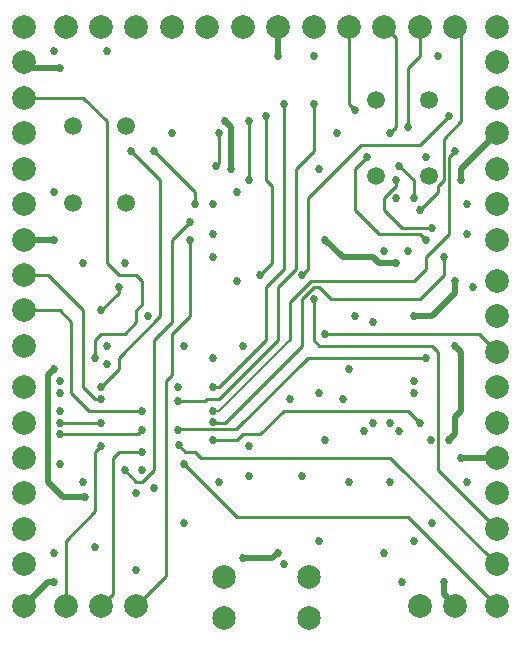
<source format=gbr>
%TF.GenerationSoftware,KiCad,Pcbnew,8.0.6*%
%TF.CreationDate,2024-11-27T15:15:38-08:00*%
%TF.ProjectId,DeskCleanerRobot,4465736b-436c-4656-916e-6572526f626f,rev?*%
%TF.SameCoordinates,Original*%
%TF.FileFunction,Copper,L4,Bot*%
%TF.FilePolarity,Positive*%
%FSLAX46Y46*%
G04 Gerber Fmt 4.6, Leading zero omitted, Abs format (unit mm)*
G04 Created by KiCad (PCBNEW 8.0.6) date 2024-11-27 15:15:38*
%MOMM*%
%LPD*%
G01*
G04 APERTURE LIST*
%TA.AperFunction,ComponentPad*%
%ADD10C,1.995000*%
%TD*%
%TA.AperFunction,ComponentPad*%
%ADD11C,1.500000*%
%TD*%
%TA.AperFunction,ComponentPad*%
%ADD12C,2.000000*%
%TD*%
%TA.AperFunction,ViaPad*%
%ADD13C,0.685800*%
%TD*%
%TA.AperFunction,Conductor*%
%ADD14C,0.508000*%
%TD*%
%TA.AperFunction,Conductor*%
%ADD15C,0.254000*%
%TD*%
%TA.AperFunction,Conductor*%
%ADD16C,0.200000*%
%TD*%
G04 APERTURE END LIST*
D10*
%TO.P,USB1,MH1,MH1*%
%TO.N,unconnected-(USB1-PadMH1)*%
X117425000Y-80080000D03*
%TO.P,USB1,MH2,MH2*%
%TO.N,unconnected-(USB1-PadMH2)*%
X124575000Y-80080000D03*
%TO.P,USB1,MH3,MH3*%
%TO.N,unconnected-(USB1-PadMH3)*%
X124575000Y-83530000D03*
%TO.P,USB1,MH4,MH4*%
%TO.N,unconnected-(USB1-PadMH4)*%
X117425000Y-83530000D03*
%TD*%
D11*
%TO.P,RESET1,1,1*%
%TO.N,Net-(IC8-EN)*%
X130250000Y-46150000D03*
%TO.P,RESET1,2,2*%
%TO.N,unconnected-(RESET1-Pad2)*%
X130250000Y-39650000D03*
%TO.P,RESET1,3,3*%
%TO.N,GND*%
X134750000Y-46150000D03*
%TO.P,RESET1,4,4*%
%TO.N,unconnected-(RESET1-Pad4)*%
X134750000Y-39650000D03*
%TD*%
%TO.P,BOOT1,1,1*%
%TO.N,unconnected-(BOOT1-Pad1)*%
X109100000Y-41900000D03*
%TO.P,BOOT1,2,2*%
%TO.N,Net-(IC8-IO0)*%
X109100000Y-48400000D03*
%TO.P,BOOT1,3,3*%
%TO.N,unconnected-(BOOT1-Pad3)*%
X104600000Y-41900000D03*
%TO.P,BOOT1,4,4*%
%TO.N,GND*%
X104600000Y-48400000D03*
%TD*%
D12*
%TO.P,SC7,1,1*%
%TO.N,SC7*%
X116000000Y-33500000D03*
%TD*%
%TO.P,INT7,1,1*%
%TO.N,INT7*%
X113000000Y-33500000D03*
%TD*%
%TO.P,GN5,1,1*%
%TO.N,GND*%
X140500000Y-73000000D03*
%TD*%
%TO.P,3V1,1,1*%
%TO.N,+3.3V*%
X100500000Y-51500000D03*
%TD*%
%TO.P,-E1,1,1*%
%TO.N,GND*%
X107000000Y-33500000D03*
%TD*%
%TO.P,SD5,1,1*%
%TO.N,SD5*%
X140500000Y-67000000D03*
%TD*%
%TO.P,SIG1,1,1*%
%TO.N,ESCsignal*%
X110000000Y-33500000D03*
%TD*%
%TO.P,SC3,1,1*%
%TO.N,SC3*%
X107000000Y-82500000D03*
%TD*%
%TO.P,GN0,1,1*%
%TO.N,GND*%
X100500000Y-33500000D03*
%TD*%
%TO.P,SD1,1,1*%
%TO.N,SD1*%
X100500000Y-54500000D03*
%TD*%
%TO.P,3V3,1,1*%
%TO.N,+3.3V*%
X100500000Y-82500000D03*
%TD*%
%TO.P,GN4,1,1*%
%TO.N,GND*%
X134000000Y-82500000D03*
%TD*%
%TO.P,SD6,1,1*%
%TO.N,SD6*%
X140500000Y-39500000D03*
%TD*%
%TO.P,AO1,1,1*%
%TO.N,AOUT1*%
X128000000Y-33500000D03*
%TD*%
%TO.P,+E1,1,1*%
%TO.N,ESC+*%
X104000000Y-33500000D03*
%TD*%
%TO.P,BO2,1,1*%
%TO.N,BOUT2*%
X137000000Y-33500000D03*
%TD*%
%TO.P,INT1,1,1*%
%TO.N,INT1*%
X100500000Y-60500000D03*
%TD*%
%TO.P,SW1,1,1*%
%TO.N,GND*%
X140500000Y-55000000D03*
%TD*%
%TO.P,3V4,1,1*%
%TO.N,+3.3V*%
X137000000Y-82500000D03*
%TD*%
%TO.P,3V7,1,1*%
%TO.N,+3.3V*%
X122000000Y-33500000D03*
%TD*%
%TO.P,SC4,1,1*%
%TO.N,SC4*%
X140500000Y-79000000D03*
%TD*%
%TO.P,SW2,1,1*%
%TO.N,Net-(BM1-G)*%
X140500000Y-58000000D03*
%TD*%
%TO.P,INT6,1,1*%
%TO.N,INT6*%
X140500000Y-33500000D03*
%TD*%
%TO.P,SD4,1,1*%
%TO.N,SD4*%
X140500000Y-82500000D03*
%TD*%
%TO.P,3V6,1,1*%
%TO.N,+3.3V*%
X140500000Y-42500000D03*
%TD*%
%TO.P,-BAT1,1,1*%
%TO.N,GND*%
X140500000Y-48500000D03*
%TD*%
%TO.P,3V5,1,1*%
%TO.N,+3.3V*%
X140500000Y-70000000D03*
%TD*%
%TO.P,INT4,1,1*%
%TO.N,INT4*%
X140500000Y-76000000D03*
%TD*%
%TO.P,BO1,1,1*%
%TO.N,BOUT1*%
X134000000Y-33500000D03*
%TD*%
%TO.P,SC6,1,1*%
%TO.N,SC6*%
X140500000Y-36500000D03*
%TD*%
%TO.P,INT5,1,1*%
%TO.N,INT5*%
X140500000Y-61000000D03*
%TD*%
%TO.P,+BAT1,1,1*%
%TO.N,+BATT*%
X140500000Y-51500000D03*
%TD*%
%TO.P,INT2,1,1*%
%TO.N,INT2*%
X100500000Y-76000000D03*
%TD*%
%TO.P,INT3,1,1*%
%TO.N,INT3*%
X110000000Y-82500000D03*
%TD*%
%TO.P,GN3,1,1*%
%TO.N,GND*%
X100500000Y-79000000D03*
%TD*%
%TO.P,AO2,1,1*%
%TO.N,AOUT2*%
X131000000Y-33500000D03*
%TD*%
%TO.P,INT0,1,1*%
%TO.N,INT0*%
X100500000Y-45500000D03*
%TD*%
%TO.P,SC5,1,1*%
%TO.N,SC5*%
X140500000Y-64000000D03*
%TD*%
%TO.P,SD3,1,1*%
%TO.N,SD3*%
X104000000Y-82500000D03*
%TD*%
%TO.P,SD2,1,1*%
%TO.N,SD2*%
X100500000Y-70000000D03*
%TD*%
%TO.P,3V0,1,1*%
%TO.N,+3.3V*%
X100500000Y-36500000D03*
%TD*%
%TO.P,SD0,1,1*%
%TO.N,SD0*%
X100500000Y-39500000D03*
%TD*%
%TO.P,SC1,1,1*%
%TO.N,SC1*%
X100500000Y-57500000D03*
%TD*%
%TO.P,SC0,1,1*%
%TO.N,SC0*%
X100500000Y-42500000D03*
%TD*%
%TO.P,SC2,1,1*%
%TO.N,SC2*%
X100500000Y-73000000D03*
%TD*%
%TO.P,GN6,1,1*%
%TO.N,GND*%
X140500000Y-45500000D03*
%TD*%
%TO.P,3V2,1,1*%
%TO.N,+3.3V*%
X100500000Y-67000000D03*
%TD*%
%TO.P,GN1,1,1*%
%TO.N,GND*%
X100500000Y-48500000D03*
%TD*%
%TO.P,GN2,1,1*%
%TO.N,GND*%
X100500000Y-64000000D03*
%TD*%
%TO.P,GN7,1,1*%
%TO.N,GND*%
X125000000Y-33500000D03*
%TD*%
%TO.P,SD7,1,1*%
%TO.N,SD7*%
X119000000Y-33500000D03*
%TD*%
D13*
%TO.N,+5V*%
X119000000Y-78500000D03*
X122000000Y-78000000D03*
%TO.N,+BATT*%
X133500000Y-58000000D03*
X136500000Y-68500000D03*
X137000000Y-55000000D03*
X137000000Y-60500000D03*
%TO.N,ESC+*%
X132000000Y-53500000D03*
X126000000Y-51500000D03*
X118000000Y-45500000D03*
X117500000Y-41500000D03*
%TO.N,+3.3V*%
X125500000Y-64500000D03*
X131000000Y-52500000D03*
X116500000Y-61500000D03*
X119500000Y-69000000D03*
X126000000Y-68500000D03*
X134903100Y-68500000D03*
X107500000Y-60500000D03*
X137500000Y-70000000D03*
X119500000Y-71500000D03*
X103000000Y-80500000D03*
X129250000Y-67750000D03*
X105500000Y-72000000D03*
X103000000Y-51500000D03*
X137500000Y-46500000D03*
X130000000Y-67000000D03*
X103500000Y-64500000D03*
X119000000Y-60500000D03*
X103500000Y-37000000D03*
X103500000Y-66000000D03*
X114000000Y-60500000D03*
X133000000Y-52500000D03*
X103500000Y-70500000D03*
X132250000Y-67750000D03*
X131500000Y-67000000D03*
X136000000Y-80500000D03*
X122000000Y-36000000D03*
%TO.N,3V3PowMux*%
X116750000Y-45250000D03*
X103000000Y-62500000D03*
X117000000Y-42500000D03*
X105675000Y-73325000D03*
%TO.N,SC2*%
X110500000Y-67625000D03*
X103500000Y-68000000D03*
%TO.N,SD0*%
X106500000Y-61500000D03*
%TO.N,SD5*%
X134000000Y-67000000D03*
X116500000Y-68500000D03*
%TO.N,SD4*%
X114000000Y-70500000D03*
%TO.N,SD3*%
X107000000Y-69000000D03*
%TO.N,SD2*%
X103500000Y-67000000D03*
X107000000Y-67000000D03*
%TO.N,SD1*%
X107000000Y-65000000D03*
%TO.N,SC0*%
X109500000Y-44000000D03*
X107000000Y-64000000D03*
%TO.N,SD7*%
X113500000Y-65162500D03*
X125000000Y-40000000D03*
%TO.N,SC3*%
X110500000Y-69500000D03*
%TO.N,SC5*%
X134500000Y-61500000D03*
X113500000Y-67625000D03*
%TO.N,SC1*%
X110500000Y-66000000D03*
%TO.N,SC6*%
X116500000Y-66000000D03*
X137000000Y-44000000D03*
%TO.N,SD6*%
X116525000Y-66955100D03*
X136000000Y-53000000D03*
%TO.N,SC7*%
X116500000Y-64000000D03*
X122500000Y-40000000D03*
%TO.N,SC4*%
X113575000Y-68925000D03*
%TO.N,AOUT2*%
X131500000Y-42500000D03*
X135000000Y-50500000D03*
X132000000Y-46500000D03*
%TO.N,BOUT1*%
X133000000Y-42000000D03*
X133500000Y-48000000D03*
X132250000Y-45250000D03*
%TO.N,BOUT2*%
X134000000Y-49000000D03*
%TO.N,AOUT1*%
X129500000Y-44500000D03*
X134500000Y-51500000D03*
X128500000Y-40500000D03*
%TO.N,INT0*%
X111500000Y-44000000D03*
X115000000Y-48500000D03*
%TO.N,INT4*%
X125000000Y-56500000D03*
%TO.N,ESCsignal*%
X119500000Y-46500000D03*
X119500000Y-41500000D03*
%TO.N,INT7*%
X120500000Y-54500000D03*
X121000000Y-41000000D03*
%TO.N,INT2*%
X114500000Y-50000000D03*
X109000000Y-71000000D03*
%TO.N,INT5*%
X126000000Y-59500000D03*
%TO.N,INT6*%
X136500000Y-41000000D03*
X124000000Y-54500000D03*
%TO.N,INT1*%
X107000000Y-57500000D03*
X108500000Y-55500000D03*
%TO.N,INT3*%
X114500000Y-51500000D03*
%TO.N,GND*%
X117000000Y-72000000D03*
X138500000Y-55500000D03*
X105500000Y-53500000D03*
X131500000Y-72000000D03*
X133500000Y-77000000D03*
X122500000Y-79000000D03*
X113500000Y-64000000D03*
X138000000Y-51000000D03*
X135500000Y-36000000D03*
X110000000Y-73000000D03*
X103500000Y-63500000D03*
X125500000Y-45500000D03*
X127500000Y-65000000D03*
X118500000Y-55000000D03*
X110000000Y-79500000D03*
X106500000Y-77500000D03*
X107500000Y-62000000D03*
X124000000Y-71500000D03*
X131000000Y-78000000D03*
X114000000Y-75500000D03*
X116500000Y-53000000D03*
X103000000Y-78000000D03*
X128000000Y-62500000D03*
X113000000Y-42500000D03*
X138000000Y-72000000D03*
X123000000Y-65000000D03*
X135000000Y-75500000D03*
X109000000Y-53500000D03*
X125000000Y-36000000D03*
X138000000Y-48500000D03*
X107500000Y-35500000D03*
X103000000Y-35500000D03*
X132500000Y-80500000D03*
X128000000Y-72000000D03*
X128500000Y-58000000D03*
X110500000Y-71000000D03*
X131950000Y-48000000D03*
X116500000Y-48500000D03*
X130000000Y-58500000D03*
X111500000Y-72500000D03*
X116500000Y-51000000D03*
X133500000Y-64500000D03*
X125500000Y-77000000D03*
X127000000Y-42500000D03*
X111000000Y-58000000D03*
X134500000Y-44500000D03*
X133500000Y-63500000D03*
X118500000Y-47500000D03*
X103000000Y-47500000D03*
%TD*%
D14*
%TO.N,+5V*%
X119000000Y-78500000D02*
X121500000Y-78500000D01*
X121500000Y-78500000D02*
X122000000Y-78000000D01*
%TO.N,+BATT*%
X137000000Y-55000000D02*
X137000000Y-56000000D01*
X137500000Y-66000000D02*
X137500000Y-61000000D01*
X137000000Y-66500000D02*
X137500000Y-66000000D01*
X136500000Y-68500000D02*
X137000000Y-68000000D01*
X137500000Y-61000000D02*
X137000000Y-60500000D01*
X135000000Y-58000000D02*
X133500000Y-58000000D01*
X137000000Y-56000000D02*
X135000000Y-58000000D01*
X137000000Y-68000000D02*
X137000000Y-66500000D01*
%TO.N,ESC+*%
X118000000Y-42000000D02*
X117500000Y-41500000D01*
X126000000Y-51500000D02*
X127500000Y-53000000D01*
X130000000Y-53000000D02*
X130500000Y-53500000D01*
X127500000Y-53000000D02*
X130000000Y-53000000D01*
X118000000Y-45500000D02*
X118000000Y-42000000D01*
X130500000Y-53500000D02*
X132000000Y-53500000D01*
%TO.N,+3.3V*%
X101000000Y-37000000D02*
X103500000Y-37000000D01*
X100500000Y-36500000D02*
X101000000Y-37000000D01*
X137500000Y-45500000D02*
X140500000Y-42500000D01*
X136000000Y-81500000D02*
X136000000Y-80500000D01*
X103000000Y-51500000D02*
X100500000Y-51500000D01*
X102500000Y-80500000D02*
X103000000Y-80500000D01*
X137500000Y-46500000D02*
X137500000Y-45500000D01*
X122000000Y-36000000D02*
X122000000Y-33500000D01*
X137500000Y-70000000D02*
X140500000Y-70000000D01*
X137000000Y-82500000D02*
X136000000Y-81500000D01*
X100500000Y-82500000D02*
X102500000Y-80500000D01*
%TO.N,3V3PowMux*%
X102500000Y-72000000D02*
X103825000Y-73325000D01*
X103000000Y-62500000D02*
X102500000Y-63000000D01*
D15*
X116750000Y-45250000D02*
X117000000Y-45000000D01*
D14*
X103825000Y-73325000D02*
X105675000Y-73325000D01*
D15*
X117000000Y-45000000D02*
X117000000Y-42500000D01*
D14*
X102500000Y-63000000D02*
X102500000Y-72000000D01*
D15*
%TO.N,SC2*%
X110125000Y-68000000D02*
X110500000Y-67625000D01*
X103500000Y-68000000D02*
X110125000Y-68000000D01*
%TO.N,SD0*%
X110000000Y-58500000D02*
X109000000Y-59500000D01*
X107000000Y-59500000D02*
X106500000Y-60000000D01*
X110500000Y-57000000D02*
X110000000Y-57500000D01*
X105500000Y-39500000D02*
X107500000Y-41500000D01*
X106500000Y-60000000D02*
X106500000Y-61500000D01*
X100500000Y-39500000D02*
X105500000Y-39500000D01*
X108500000Y-54500000D02*
X110000000Y-54500000D01*
X110000000Y-57500000D02*
X110000000Y-58500000D01*
X110000000Y-54500000D02*
X110500000Y-55000000D01*
X107500000Y-41500000D02*
X107500000Y-53500000D01*
X110500000Y-55000000D02*
X110500000Y-57000000D01*
X107500000Y-53500000D02*
X108500000Y-54500000D01*
X109000000Y-59500000D02*
X107000000Y-59500000D01*
%TO.N,SD5*%
X134000000Y-67000000D02*
X133000000Y-66000000D01*
X119000000Y-68000000D02*
X118500000Y-68500000D01*
X118500000Y-68500000D02*
X116500000Y-68500000D01*
X133000000Y-66000000D02*
X122500000Y-66000000D01*
X122500000Y-66000000D02*
X120500000Y-68000000D01*
X120500000Y-68000000D02*
X119000000Y-68000000D01*
%TO.N,SD4*%
X133000000Y-75000000D02*
X140500000Y-82500000D01*
X114000000Y-70500000D02*
X118500000Y-75000000D01*
X118500000Y-75000000D02*
X133000000Y-75000000D01*
%TO.N,SD3*%
X107000000Y-69000000D02*
X106500000Y-69500000D01*
X106500000Y-69500000D02*
X106500000Y-74500000D01*
X106500000Y-74500000D02*
X104000000Y-77000000D01*
X104000000Y-77000000D02*
X104000000Y-82600000D01*
%TO.N,SD2*%
X107000000Y-67000000D02*
X103500000Y-67000000D01*
%TO.N,SD1*%
X102500000Y-54500000D02*
X100550000Y-54500000D01*
X106500000Y-65000000D02*
X105500000Y-64000000D01*
X107000000Y-65000000D02*
X106500000Y-65000000D01*
X105500000Y-64000000D02*
X105500000Y-57500000D01*
X105500000Y-57500000D02*
X102500000Y-54500000D01*
X100550000Y-54500000D02*
X100500000Y-54550000D01*
%TO.N,SC0*%
X112000000Y-58000000D02*
X108500000Y-61500000D01*
X109500000Y-44000000D02*
X112000000Y-46500000D01*
X108500000Y-62500000D02*
X107000000Y-64000000D01*
X112000000Y-46500000D02*
X112000000Y-58000000D01*
X108500000Y-61500000D02*
X108500000Y-62500000D01*
%TO.N,SD7*%
X122000000Y-60000000D02*
X122000000Y-55500000D01*
X116000000Y-65000000D02*
X117000000Y-65000000D01*
X122000000Y-55500000D02*
X123500000Y-54000000D01*
X117000000Y-65000000D02*
X122000000Y-60000000D01*
X125000000Y-44000000D02*
X125000000Y-40000000D01*
X123500000Y-45500000D02*
X125000000Y-44000000D01*
X115837500Y-65162500D02*
X116000000Y-65000000D01*
X123500000Y-54000000D02*
X123500000Y-45500000D01*
X113500000Y-65162500D02*
X115837500Y-65162500D01*
%TO.N,SC3*%
X108500000Y-69500000D02*
X108000000Y-70000000D01*
X108000000Y-70000000D02*
X108000000Y-81550000D01*
X110500000Y-69500000D02*
X108500000Y-69500000D01*
X108000000Y-81550000D02*
X107000000Y-82550000D01*
%TO.N,SC5*%
X124500000Y-61500000D02*
X118448000Y-67552000D01*
X134500000Y-61500000D02*
X124500000Y-61500000D01*
X118448000Y-67552000D02*
X113573000Y-67552000D01*
X113573000Y-67552000D02*
X113500000Y-67625000D01*
%TO.N,SC1*%
X106000000Y-66000000D02*
X104500000Y-64500000D01*
X104500000Y-64500000D02*
X104500000Y-58500000D01*
X104500000Y-58500000D02*
X103500000Y-57500000D01*
X110500000Y-66000000D02*
X106000000Y-66000000D01*
X103500000Y-57500000D02*
X100700000Y-57500000D01*
X100700000Y-57500000D02*
X100550000Y-57650000D01*
%TO.N,SC6*%
X137000000Y-44000000D02*
X136500000Y-44500000D01*
D16*
X117000000Y-66000000D02*
X123000000Y-60000000D01*
X116500000Y-66000000D02*
X117000000Y-66000000D01*
D15*
X123000000Y-56750000D02*
X123000000Y-60000000D01*
X134500000Y-53000000D02*
X134500000Y-54000000D01*
X124750000Y-55000000D02*
X123000000Y-56750000D01*
X133500000Y-55000000D02*
X124750000Y-55000000D01*
X136500000Y-51000000D02*
X134500000Y-53000000D01*
X134500000Y-54000000D02*
X133500000Y-55000000D01*
X136500000Y-44500000D02*
X136500000Y-51000000D01*
%TO.N,SD6*%
X117500000Y-67000000D02*
X116569900Y-67000000D01*
X125000000Y-55500000D02*
X124000000Y-56500000D01*
X136000000Y-54500000D02*
X134000000Y-56500000D01*
X134000000Y-56500000D02*
X126500000Y-56500000D01*
X124000000Y-60500000D02*
X117500000Y-67000000D01*
X116569900Y-67000000D02*
X116525000Y-66955100D01*
X125500000Y-55500000D02*
X125000000Y-55500000D01*
X136000000Y-53000000D02*
X136000000Y-54500000D01*
X124000000Y-56500000D02*
X124000000Y-60500000D01*
X126500000Y-56500000D02*
X125500000Y-55500000D01*
%TO.N,SC7*%
X121000000Y-60000000D02*
X121000000Y-55500000D01*
X121000000Y-55500000D02*
X122500000Y-54000000D01*
X122500000Y-54000000D02*
X122500000Y-40000000D01*
X117000000Y-64000000D02*
X121000000Y-60000000D01*
X116500000Y-64000000D02*
X117000000Y-64000000D01*
%TO.N,SC4*%
X114150000Y-69500000D02*
X115000000Y-69500000D01*
X115000000Y-69500000D02*
X115500000Y-70000000D01*
X131500000Y-70000000D02*
X140500000Y-79000000D01*
X113575000Y-68925000D02*
X114150000Y-69500000D01*
X115500000Y-70000000D02*
X131500000Y-70000000D01*
%TO.N,AOUT2*%
X132000000Y-47000000D02*
X132000000Y-46500000D01*
X132000000Y-34450000D02*
X131050000Y-33500000D01*
X135000000Y-50500000D02*
X132500000Y-50500000D01*
X132500000Y-50500000D02*
X131000000Y-49000000D01*
X132000000Y-42000000D02*
X132000000Y-34450000D01*
X131000000Y-49000000D02*
X131000000Y-48000000D01*
X131500000Y-42500000D02*
X132000000Y-42000000D01*
X131000000Y-48000000D02*
X132000000Y-47000000D01*
%TO.N,BOUT1*%
X133000000Y-37000000D02*
X134000000Y-36000000D01*
X133500000Y-46500000D02*
X133500000Y-48000000D01*
X134000000Y-36000000D02*
X134000000Y-33600000D01*
X132250000Y-45250000D02*
X133500000Y-46500000D01*
X133000000Y-42000000D02*
X133000000Y-37000000D01*
X134000000Y-33600000D02*
X134100000Y-33500000D01*
%TO.N,BOUT2*%
X134000000Y-49000000D02*
X135500000Y-47500000D01*
X135500000Y-47500000D02*
X135500000Y-47000000D01*
X136000000Y-46500000D02*
X136000000Y-43000000D01*
X136000000Y-43000000D02*
X137500000Y-41500000D01*
X137500000Y-33850000D02*
X137150000Y-33500000D01*
X135500000Y-47000000D02*
X136000000Y-46500000D01*
X137500000Y-41500000D02*
X137500000Y-33850000D01*
%TO.N,AOUT1*%
X129500000Y-44500000D02*
X128500000Y-45500000D01*
X134000000Y-51000000D02*
X134500000Y-51500000D01*
X128500000Y-49000000D02*
X130500000Y-51000000D01*
X128500000Y-45500000D02*
X128500000Y-49000000D01*
X130500000Y-51000000D02*
X134000000Y-51000000D01*
X128000000Y-40000000D02*
X128000000Y-33500000D01*
X128500000Y-40500000D02*
X128000000Y-40000000D01*
%TO.N,INT0*%
X111500000Y-44000000D02*
X115000000Y-47500000D01*
X115000000Y-47500000D02*
X115000000Y-48500000D01*
%TO.N,INT4*%
X125000000Y-60000000D02*
X125000000Y-56500000D01*
X135500000Y-71000000D02*
X135500000Y-61000000D01*
X135000000Y-60500000D02*
X125500000Y-60500000D01*
X140500000Y-76000000D02*
X135500000Y-71000000D01*
X125500000Y-60500000D02*
X125000000Y-60000000D01*
X135500000Y-61000000D02*
X135000000Y-60500000D01*
%TO.N,ESCsignal*%
X119500000Y-41500000D02*
X119500000Y-46500000D01*
%TO.N,INT7*%
X121500000Y-47000000D02*
X121500000Y-53500000D01*
X121000000Y-41000000D02*
X121000000Y-46500000D01*
X121000000Y-46500000D02*
X121500000Y-47000000D01*
X121500000Y-53500000D02*
X120500000Y-54500000D01*
%TO.N,INT2*%
X113000000Y-58500000D02*
X113000000Y-51500000D01*
X110500000Y-72000000D02*
X111500000Y-71000000D01*
X110000000Y-72000000D02*
X110500000Y-72000000D01*
X109000000Y-71000000D02*
X110000000Y-72000000D01*
X113000000Y-51500000D02*
X114500000Y-50000000D01*
X111500000Y-60000000D02*
X113000000Y-58500000D01*
X111500000Y-71000000D02*
X111500000Y-60000000D01*
%TO.N,INT5*%
X140500000Y-61000000D02*
X139000000Y-59500000D01*
X139000000Y-59500000D02*
X126000000Y-59500000D01*
%TO.N,INT6*%
X134000000Y-43500000D02*
X136500000Y-41000000D01*
X124500000Y-48000000D02*
X129000000Y-43500000D01*
X124000000Y-54500000D02*
X124500000Y-54000000D01*
X129000000Y-43500000D02*
X134000000Y-43500000D01*
X124500000Y-54000000D02*
X124500000Y-48000000D01*
%TO.N,INT1*%
X108500000Y-56000000D02*
X107000000Y-57500000D01*
X108500000Y-55500000D02*
X108500000Y-56000000D01*
%TO.N,INT3*%
X112500000Y-63500000D02*
X112500000Y-80000000D01*
X112500000Y-80000000D02*
X110000000Y-82500000D01*
X113000000Y-63000000D02*
X112500000Y-63500000D01*
X114500000Y-58000000D02*
X113000000Y-59500000D01*
X113000000Y-59500000D02*
X113000000Y-63000000D01*
X114500000Y-51500000D02*
X114500000Y-58000000D01*
%TD*%
M02*

</source>
